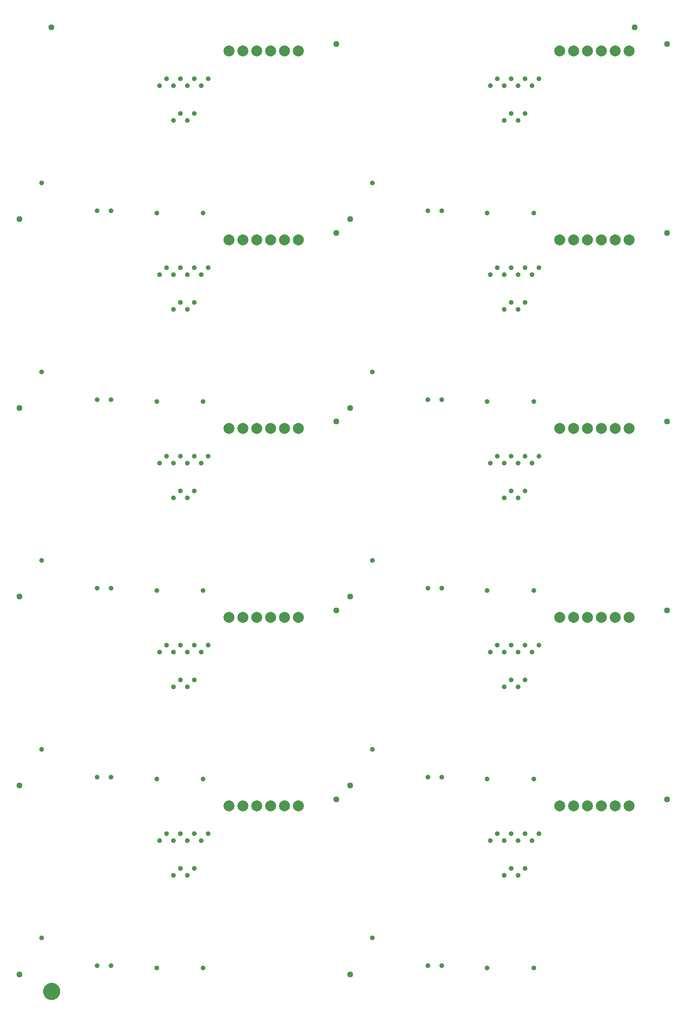
<source format=gbs>
G04 EAGLE Gerber RS-274X export*
G75*
%MOMM*%
%FSLAX34Y34*%
%LPD*%
%INSoldermask Bottom*%
%IPPOS*%
%AMOC8*
5,1,8,0,0,1.08239X$1,22.5*%
G01*
%ADD10C,1.127000*%
%ADD11C,2.006600*%
%ADD12C,0.889000*%
%ADD13C,0.877000*%
%ADD14C,1.270000*%
%ADD15C,1.627000*%


D10*
X10000Y10000D03*
X590000Y330000D03*
D11*
X393700Y317500D03*
X419100Y317500D03*
X444500Y317500D03*
X469900Y317500D03*
X495300Y317500D03*
X520700Y317500D03*
D12*
X292100Y190500D03*
X304800Y203200D03*
X317500Y190500D03*
X330200Y203200D03*
X330200Y266700D03*
X317500Y254000D03*
X304800Y266700D03*
X292100Y254000D03*
X279400Y266700D03*
D13*
X346050Y21500D03*
X261050Y21500D03*
D12*
X152400Y25400D03*
X177800Y25400D03*
X50800Y76200D03*
X342900Y254000D03*
X266700Y254000D03*
X355600Y266700D03*
D10*
X615079Y10000D03*
X1195079Y330000D03*
D11*
X998779Y317500D03*
X1024179Y317500D03*
X1049579Y317500D03*
X1074979Y317500D03*
X1100379Y317500D03*
X1125779Y317500D03*
D12*
X897179Y190500D03*
X909879Y203200D03*
X922579Y190500D03*
X935279Y203200D03*
X935279Y266700D03*
X922579Y254000D03*
X909879Y266700D03*
X897179Y254000D03*
X884479Y266700D03*
D13*
X951129Y21500D03*
X866129Y21500D03*
D12*
X757479Y25400D03*
X782879Y25400D03*
X655879Y76200D03*
X947979Y254000D03*
X871779Y254000D03*
X960679Y266700D03*
D10*
X10000Y355084D03*
X590000Y675084D03*
D11*
X393700Y662584D03*
X419100Y662584D03*
X444500Y662584D03*
X469900Y662584D03*
X495300Y662584D03*
X520700Y662584D03*
D12*
X292100Y535584D03*
X304800Y548284D03*
X317500Y535584D03*
X330200Y548284D03*
X330200Y611784D03*
X317500Y599084D03*
X304800Y611784D03*
X292100Y599084D03*
X279400Y611784D03*
D13*
X346050Y366584D03*
X261050Y366584D03*
D12*
X152400Y370484D03*
X177800Y370484D03*
X50800Y421284D03*
X342900Y599084D03*
X266700Y599084D03*
X355600Y611784D03*
D10*
X615079Y355084D03*
X1195079Y675084D03*
D11*
X998779Y662584D03*
X1024179Y662584D03*
X1049579Y662584D03*
X1074979Y662584D03*
X1100379Y662584D03*
X1125779Y662584D03*
D12*
X897179Y535584D03*
X909879Y548284D03*
X922579Y535584D03*
X935279Y548284D03*
X935279Y611784D03*
X922579Y599084D03*
X909879Y611784D03*
X897179Y599084D03*
X884479Y611784D03*
D13*
X951129Y366584D03*
X866129Y366584D03*
D12*
X757479Y370484D03*
X782879Y370484D03*
X655879Y421284D03*
X947979Y599084D03*
X871779Y599084D03*
X960679Y611784D03*
D10*
X10000Y700169D03*
X590000Y1020169D03*
D11*
X393700Y1007669D03*
X419100Y1007669D03*
X444500Y1007669D03*
X469900Y1007669D03*
X495300Y1007669D03*
X520700Y1007669D03*
D12*
X292100Y880669D03*
X304800Y893369D03*
X317500Y880669D03*
X330200Y893369D03*
X330200Y956869D03*
X317500Y944169D03*
X304800Y956869D03*
X292100Y944169D03*
X279400Y956869D03*
D13*
X346050Y711669D03*
X261050Y711669D03*
D12*
X152400Y715569D03*
X177800Y715569D03*
X50800Y766369D03*
X342900Y944169D03*
X266700Y944169D03*
X355600Y956869D03*
D10*
X615079Y700169D03*
X1195079Y1020169D03*
D11*
X998779Y1007669D03*
X1024179Y1007669D03*
X1049579Y1007669D03*
X1074979Y1007669D03*
X1100379Y1007669D03*
X1125779Y1007669D03*
D12*
X897179Y880669D03*
X909879Y893369D03*
X922579Y880669D03*
X935279Y893369D03*
X935279Y956869D03*
X922579Y944169D03*
X909879Y956869D03*
X897179Y944169D03*
X884479Y956869D03*
D13*
X951129Y711669D03*
X866129Y711669D03*
D12*
X757479Y715569D03*
X782879Y715569D03*
X655879Y766369D03*
X947979Y944169D03*
X871779Y944169D03*
X960679Y956869D03*
D10*
X10000Y1045228D03*
X590000Y1365228D03*
D11*
X393700Y1352728D03*
X419100Y1352728D03*
X444500Y1352728D03*
X469900Y1352728D03*
X495300Y1352728D03*
X520700Y1352728D03*
D12*
X292100Y1225728D03*
X304800Y1238428D03*
X317500Y1225728D03*
X330200Y1238428D03*
X330200Y1301928D03*
X317500Y1289228D03*
X304800Y1301928D03*
X292100Y1289228D03*
X279400Y1301928D03*
D13*
X346050Y1056728D03*
X261050Y1056728D03*
D12*
X152400Y1060628D03*
X177800Y1060628D03*
X50800Y1111428D03*
X342900Y1289228D03*
X266700Y1289228D03*
X355600Y1301928D03*
D10*
X615079Y1045228D03*
X1195079Y1365228D03*
D11*
X998779Y1352728D03*
X1024179Y1352728D03*
X1049579Y1352728D03*
X1074979Y1352728D03*
X1100379Y1352728D03*
X1125779Y1352728D03*
D12*
X897179Y1225728D03*
X909879Y1238428D03*
X922579Y1225728D03*
X935279Y1238428D03*
X935279Y1301928D03*
X922579Y1289228D03*
X909879Y1301928D03*
X897179Y1289228D03*
X884479Y1301928D03*
D13*
X951129Y1056728D03*
X866129Y1056728D03*
D12*
X757479Y1060628D03*
X782879Y1060628D03*
X655879Y1111428D03*
X947979Y1289228D03*
X871779Y1289228D03*
X960679Y1301928D03*
D10*
X10000Y1390312D03*
X590000Y1710312D03*
D11*
X393700Y1697812D03*
X419100Y1697812D03*
X444500Y1697812D03*
X469900Y1697812D03*
X495300Y1697812D03*
X520700Y1697812D03*
D12*
X292100Y1570812D03*
X304800Y1583512D03*
X317500Y1570812D03*
X330200Y1583512D03*
X330200Y1647012D03*
X317500Y1634312D03*
X304800Y1647012D03*
X292100Y1634312D03*
X279400Y1647012D03*
D13*
X346050Y1401812D03*
X261050Y1401812D03*
D12*
X152400Y1405712D03*
X177800Y1405712D03*
X50800Y1456512D03*
X342900Y1634312D03*
X266700Y1634312D03*
X355600Y1647012D03*
D10*
X615079Y1390312D03*
X1195079Y1710312D03*
D11*
X998779Y1697812D03*
X1024179Y1697812D03*
X1049579Y1697812D03*
X1074979Y1697812D03*
X1100379Y1697812D03*
X1125779Y1697812D03*
D12*
X897179Y1570812D03*
X909879Y1583512D03*
X922579Y1570812D03*
X935279Y1583512D03*
X935279Y1647012D03*
X922579Y1634312D03*
X909879Y1647012D03*
X897179Y1634312D03*
X884479Y1647012D03*
D13*
X951129Y1401812D03*
X866129Y1401812D03*
D12*
X757479Y1405712D03*
X782879Y1405712D03*
X655879Y1456512D03*
X947979Y1634312D03*
X871779Y1634312D03*
X960679Y1647012D03*
D10*
X68580Y1741272D03*
X1135863Y1741272D03*
D14*
X59525Y-20955D02*
X59528Y-20733D01*
X59536Y-20511D01*
X59550Y-20289D01*
X59569Y-20067D01*
X59593Y-19847D01*
X59623Y-19626D01*
X59658Y-19407D01*
X59699Y-19188D01*
X59745Y-18971D01*
X59796Y-18755D01*
X59853Y-18540D01*
X59915Y-18326D01*
X59982Y-18115D01*
X60054Y-17904D01*
X60132Y-17696D01*
X60214Y-17490D01*
X60302Y-17286D01*
X60394Y-17083D01*
X60492Y-16884D01*
X60594Y-16687D01*
X60701Y-16492D01*
X60813Y-16300D01*
X60930Y-16111D01*
X61051Y-15924D01*
X61177Y-15741D01*
X61307Y-15561D01*
X61442Y-15384D01*
X61580Y-15211D01*
X61723Y-15041D01*
X61871Y-14874D01*
X62022Y-14711D01*
X62177Y-14552D01*
X62336Y-14397D01*
X62499Y-14246D01*
X62666Y-14098D01*
X62836Y-13955D01*
X63009Y-13817D01*
X63186Y-13682D01*
X63366Y-13552D01*
X63549Y-13426D01*
X63736Y-13305D01*
X63925Y-13188D01*
X64117Y-13076D01*
X64312Y-12969D01*
X64509Y-12867D01*
X64708Y-12769D01*
X64911Y-12677D01*
X65115Y-12589D01*
X65321Y-12507D01*
X65529Y-12429D01*
X65740Y-12357D01*
X65951Y-12290D01*
X66165Y-12228D01*
X66380Y-12171D01*
X66596Y-12120D01*
X66813Y-12074D01*
X67032Y-12033D01*
X67251Y-11998D01*
X67472Y-11968D01*
X67692Y-11944D01*
X67914Y-11925D01*
X68136Y-11911D01*
X68358Y-11903D01*
X68580Y-11900D01*
X68802Y-11903D01*
X69024Y-11911D01*
X69246Y-11925D01*
X69468Y-11944D01*
X69688Y-11968D01*
X69909Y-11998D01*
X70128Y-12033D01*
X70347Y-12074D01*
X70564Y-12120D01*
X70780Y-12171D01*
X70995Y-12228D01*
X71209Y-12290D01*
X71420Y-12357D01*
X71631Y-12429D01*
X71839Y-12507D01*
X72045Y-12589D01*
X72249Y-12677D01*
X72452Y-12769D01*
X72651Y-12867D01*
X72848Y-12969D01*
X73043Y-13076D01*
X73235Y-13188D01*
X73424Y-13305D01*
X73611Y-13426D01*
X73794Y-13552D01*
X73974Y-13682D01*
X74151Y-13817D01*
X74324Y-13955D01*
X74494Y-14098D01*
X74661Y-14246D01*
X74824Y-14397D01*
X74983Y-14552D01*
X75138Y-14711D01*
X75289Y-14874D01*
X75437Y-15041D01*
X75580Y-15211D01*
X75718Y-15384D01*
X75853Y-15561D01*
X75983Y-15741D01*
X76109Y-15924D01*
X76230Y-16111D01*
X76347Y-16300D01*
X76459Y-16492D01*
X76566Y-16687D01*
X76668Y-16884D01*
X76766Y-17083D01*
X76858Y-17286D01*
X76946Y-17490D01*
X77028Y-17696D01*
X77106Y-17904D01*
X77178Y-18115D01*
X77245Y-18326D01*
X77307Y-18540D01*
X77364Y-18755D01*
X77415Y-18971D01*
X77461Y-19188D01*
X77502Y-19407D01*
X77537Y-19626D01*
X77567Y-19847D01*
X77591Y-20067D01*
X77610Y-20289D01*
X77624Y-20511D01*
X77632Y-20733D01*
X77635Y-20955D01*
X77632Y-21177D01*
X77624Y-21399D01*
X77610Y-21621D01*
X77591Y-21843D01*
X77567Y-22063D01*
X77537Y-22284D01*
X77502Y-22503D01*
X77461Y-22722D01*
X77415Y-22939D01*
X77364Y-23155D01*
X77307Y-23370D01*
X77245Y-23584D01*
X77178Y-23795D01*
X77106Y-24006D01*
X77028Y-24214D01*
X76946Y-24420D01*
X76858Y-24624D01*
X76766Y-24827D01*
X76668Y-25026D01*
X76566Y-25223D01*
X76459Y-25418D01*
X76347Y-25610D01*
X76230Y-25799D01*
X76109Y-25986D01*
X75983Y-26169D01*
X75853Y-26349D01*
X75718Y-26526D01*
X75580Y-26699D01*
X75437Y-26869D01*
X75289Y-27036D01*
X75138Y-27199D01*
X74983Y-27358D01*
X74824Y-27513D01*
X74661Y-27664D01*
X74494Y-27812D01*
X74324Y-27955D01*
X74151Y-28093D01*
X73974Y-28228D01*
X73794Y-28358D01*
X73611Y-28484D01*
X73424Y-28605D01*
X73235Y-28722D01*
X73043Y-28834D01*
X72848Y-28941D01*
X72651Y-29043D01*
X72452Y-29141D01*
X72249Y-29233D01*
X72045Y-29321D01*
X71839Y-29403D01*
X71631Y-29481D01*
X71420Y-29553D01*
X71209Y-29620D01*
X70995Y-29682D01*
X70780Y-29739D01*
X70564Y-29790D01*
X70347Y-29836D01*
X70128Y-29877D01*
X69909Y-29912D01*
X69688Y-29942D01*
X69468Y-29966D01*
X69246Y-29985D01*
X69024Y-29999D01*
X68802Y-30007D01*
X68580Y-30010D01*
X68358Y-30007D01*
X68136Y-29999D01*
X67914Y-29985D01*
X67692Y-29966D01*
X67472Y-29942D01*
X67251Y-29912D01*
X67032Y-29877D01*
X66813Y-29836D01*
X66596Y-29790D01*
X66380Y-29739D01*
X66165Y-29682D01*
X65951Y-29620D01*
X65740Y-29553D01*
X65529Y-29481D01*
X65321Y-29403D01*
X65115Y-29321D01*
X64911Y-29233D01*
X64708Y-29141D01*
X64509Y-29043D01*
X64312Y-28941D01*
X64117Y-28834D01*
X63925Y-28722D01*
X63736Y-28605D01*
X63549Y-28484D01*
X63366Y-28358D01*
X63186Y-28228D01*
X63009Y-28093D01*
X62836Y-27955D01*
X62666Y-27812D01*
X62499Y-27664D01*
X62336Y-27513D01*
X62177Y-27358D01*
X62022Y-27199D01*
X61871Y-27036D01*
X61723Y-26869D01*
X61580Y-26699D01*
X61442Y-26526D01*
X61307Y-26349D01*
X61177Y-26169D01*
X61051Y-25986D01*
X60930Y-25799D01*
X60813Y-25610D01*
X60701Y-25418D01*
X60594Y-25223D01*
X60492Y-25026D01*
X60394Y-24827D01*
X60302Y-24624D01*
X60214Y-24420D01*
X60132Y-24214D01*
X60054Y-24006D01*
X59982Y-23795D01*
X59915Y-23584D01*
X59853Y-23370D01*
X59796Y-23155D01*
X59745Y-22939D01*
X59699Y-22722D01*
X59658Y-22503D01*
X59623Y-22284D01*
X59593Y-22063D01*
X59569Y-21843D01*
X59550Y-21621D01*
X59536Y-21399D01*
X59528Y-21177D01*
X59525Y-20955D01*
D15*
X68580Y-20955D03*
M02*

</source>
